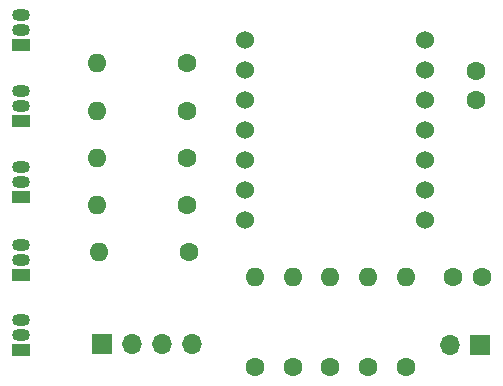
<source format=gbr>
%TF.GenerationSoftware,KiCad,Pcbnew,8.0.6*%
%TF.CreationDate,2024-12-06T19:29:04-08:00*%
%TF.ProjectId,ohmnote,6f686d6e-6f74-4652-9e6b-696361645f70,rev?*%
%TF.SameCoordinates,Original*%
%TF.FileFunction,Soldermask,Bot*%
%TF.FilePolarity,Negative*%
%FSLAX46Y46*%
G04 Gerber Fmt 4.6, Leading zero omitted, Abs format (unit mm)*
G04 Created by KiCad (PCBNEW 8.0.6) date 2024-12-06 19:29:04*
%MOMM*%
%LPD*%
G01*
G04 APERTURE LIST*
%ADD10R,1.700000X1.700000*%
%ADD11O,1.700000X1.700000*%
%ADD12C,1.600000*%
%ADD13O,1.600000X1.600000*%
%ADD14C,1.524000*%
%ADD15R,1.500000X1.050000*%
%ADD16O,1.500000X1.050000*%
G04 APERTURE END LIST*
D10*
%TO.C,J1*%
X169500000Y-105325000D03*
D11*
X166960000Y-105325000D03*
%TD*%
D12*
%TO.C,R5*%
X144800000Y-97500000D03*
D13*
X137180000Y-97500000D03*
%TD*%
D12*
%TO.C,R3*%
X144700000Y-89500000D03*
D13*
X137080000Y-89500000D03*
%TD*%
D12*
%TO.C,R2*%
X144700000Y-85500000D03*
D13*
X137080000Y-85500000D03*
%TD*%
D12*
%TO.C,R6*%
X150400000Y-107230000D03*
D13*
X150400000Y-99610000D03*
%TD*%
D14*
%TO.C,U1*%
X149560000Y-79500000D03*
X149560000Y-82040000D03*
X149560000Y-84580000D03*
X149560000Y-87120000D03*
X149560000Y-89660000D03*
X149560000Y-92200000D03*
X149560000Y-94740000D03*
X164800000Y-94740000D03*
X164800000Y-92200000D03*
X164800000Y-89660000D03*
X164800000Y-87120000D03*
X164800000Y-84580000D03*
X164800000Y-82040000D03*
X164800000Y-79500000D03*
%TD*%
D12*
%TO.C,R10*%
X163200000Y-107220000D03*
D13*
X163200000Y-99600000D03*
%TD*%
D12*
%TO.C,C1*%
X169650000Y-99600000D03*
X167150000Y-99600000D03*
%TD*%
D15*
%TO.C,Q5*%
X130600000Y-105800000D03*
D16*
X130600000Y-104530000D03*
X130600000Y-103260000D03*
%TD*%
D12*
%TO.C,R8*%
X156800000Y-107210000D03*
D13*
X156800000Y-99590000D03*
%TD*%
D12*
%TO.C,R4*%
X144700000Y-93500000D03*
D13*
X137080000Y-93500000D03*
%TD*%
D12*
%TO.C,C2*%
X169100000Y-82100000D03*
X169100000Y-84600000D03*
%TD*%
D15*
%TO.C,Q2*%
X130600000Y-86400000D03*
D16*
X130600000Y-85130000D03*
X130600000Y-83860000D03*
%TD*%
D10*
%TO.C,J2*%
X137500000Y-105275000D03*
D11*
X140040000Y-105275000D03*
X142580000Y-105275000D03*
X145120000Y-105275000D03*
%TD*%
D12*
%TO.C,R7*%
X153600000Y-107220000D03*
D13*
X153600000Y-99600000D03*
%TD*%
D15*
%TO.C,Q3*%
X130600000Y-92800000D03*
D16*
X130600000Y-91530000D03*
X130600000Y-90260000D03*
%TD*%
D12*
%TO.C,R1*%
X144700000Y-81500000D03*
D13*
X137080000Y-81500000D03*
%TD*%
D15*
%TO.C,Q4*%
X130600000Y-99400000D03*
D16*
X130600000Y-98130000D03*
X130600000Y-96860000D03*
%TD*%
D15*
%TO.C,Q1*%
X130600000Y-79940000D03*
D16*
X130600000Y-78670000D03*
X130600000Y-77400000D03*
%TD*%
D12*
%TO.C,R9*%
X160000000Y-107210000D03*
D13*
X160000000Y-99590000D03*
%TD*%
M02*

</source>
